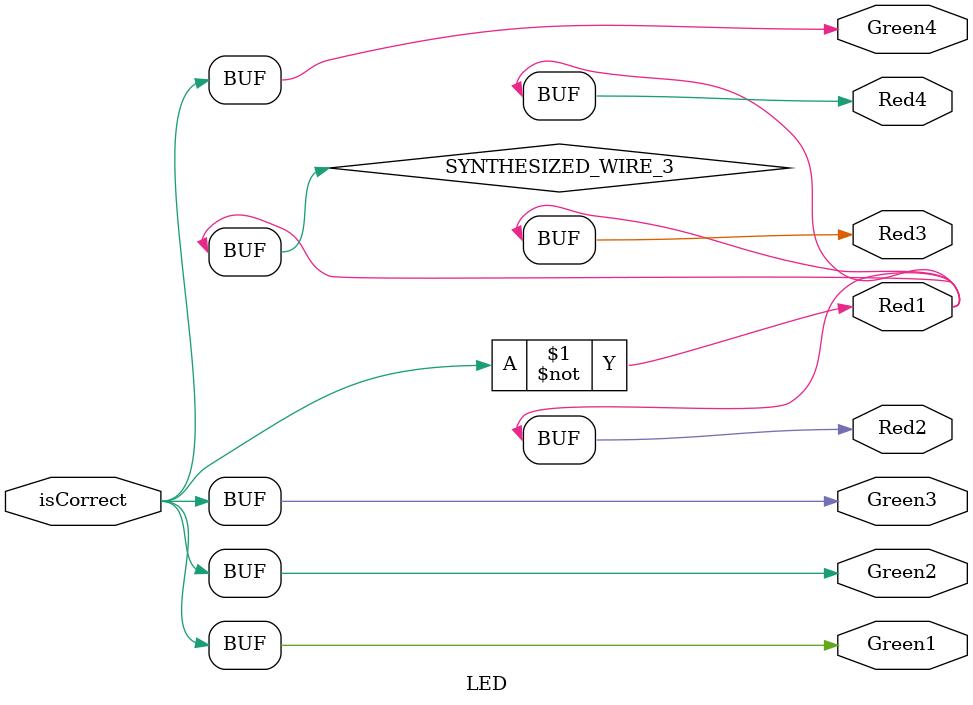
<source format=v>


module LED(
	isCorrect,
	Green1,
	Green2,
	Green3,
	Green4,
	Red1,
	Red2,
	Red3,
	Red4
);


input wire	isCorrect;
output wire	Green1;
output wire	Green2;
output wire	Green3;
output wire	Green4;
output wire	Red1;
output wire	Red2;
output wire	Red3;
output wire	Red4;

wire	SYNTHESIZED_WIRE_3;

assign	Green1 = isCorrect;
assign	Green2 = isCorrect;
assign	Green3 = isCorrect;
assign	Green4 = isCorrect;
assign	Red1 = SYNTHESIZED_WIRE_3;
assign	Red2 = SYNTHESIZED_WIRE_3;
assign	Red3 = SYNTHESIZED_WIRE_3;
assign	Red4 = SYNTHESIZED_WIRE_3;



assign	SYNTHESIZED_WIRE_3 =  ~isCorrect;


endmodule

</source>
